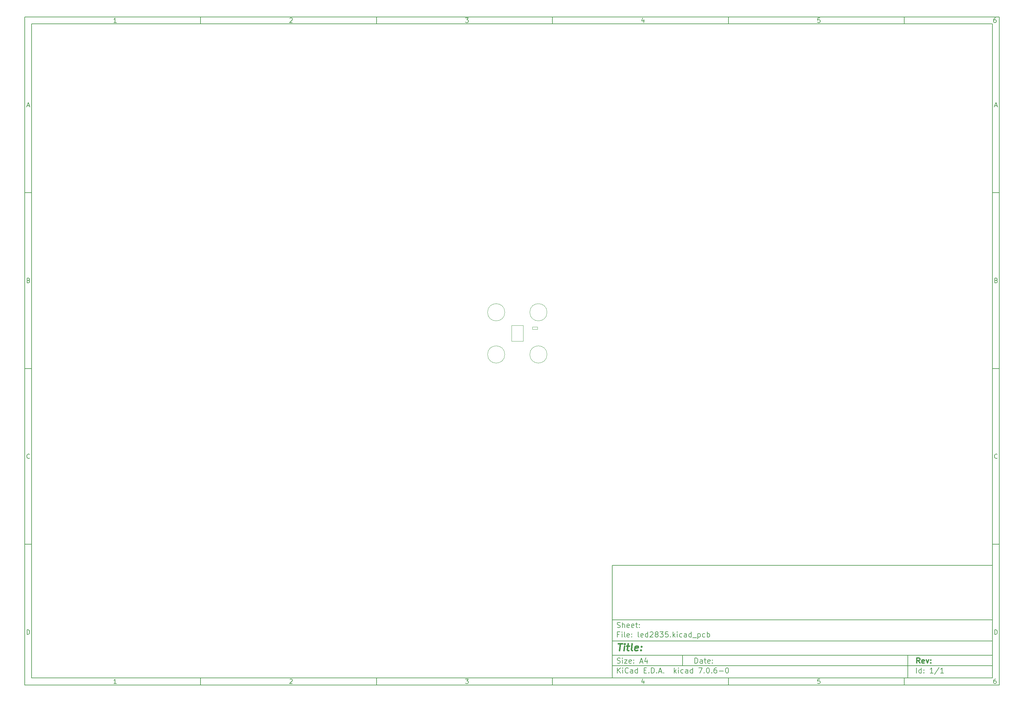
<source format=gbr>
%TF.GenerationSoftware,KiCad,Pcbnew,7.0.6-0*%
%TF.CreationDate,2024-07-03T14:46:14+08:00*%
%TF.ProjectId,led2835,6c656432-3833-4352-9e6b-696361645f70,rev?*%
%TF.SameCoordinates,Original*%
%TF.FileFunction,Other,User*%
%FSLAX46Y46*%
G04 Gerber Fmt 4.6, Leading zero omitted, Abs format (unit mm)*
G04 Created by KiCad (PCBNEW 7.0.6-0) date 2024-07-03 14:46:14*
%MOMM*%
%LPD*%
G01*
G04 APERTURE LIST*
%ADD10C,0.100000*%
%ADD11C,0.150000*%
%ADD12C,0.300000*%
%ADD13C,0.400000*%
%ADD14C,0.050000*%
G04 APERTURE END LIST*
D10*
D11*
X177002200Y-166007200D02*
X285002200Y-166007200D01*
X285002200Y-198007200D01*
X177002200Y-198007200D01*
X177002200Y-166007200D01*
D10*
D11*
X10000000Y-10000000D02*
X287002200Y-10000000D01*
X287002200Y-200007200D01*
X10000000Y-200007200D01*
X10000000Y-10000000D01*
D10*
D11*
X12000000Y-12000000D02*
X285002200Y-12000000D01*
X285002200Y-198007200D01*
X12000000Y-198007200D01*
X12000000Y-12000000D01*
D10*
D11*
X60000000Y-12000000D02*
X60000000Y-10000000D01*
D10*
D11*
X110000000Y-12000000D02*
X110000000Y-10000000D01*
D10*
D11*
X160000000Y-12000000D02*
X160000000Y-10000000D01*
D10*
D11*
X210000000Y-12000000D02*
X210000000Y-10000000D01*
D10*
D11*
X260000000Y-12000000D02*
X260000000Y-10000000D01*
D10*
D11*
X36089160Y-11593604D02*
X35346303Y-11593604D01*
X35717731Y-11593604D02*
X35717731Y-10293604D01*
X35717731Y-10293604D02*
X35593922Y-10479319D01*
X35593922Y-10479319D02*
X35470112Y-10603128D01*
X35470112Y-10603128D02*
X35346303Y-10665033D01*
D10*
D11*
X85346303Y-10417414D02*
X85408207Y-10355509D01*
X85408207Y-10355509D02*
X85532017Y-10293604D01*
X85532017Y-10293604D02*
X85841541Y-10293604D01*
X85841541Y-10293604D02*
X85965350Y-10355509D01*
X85965350Y-10355509D02*
X86027255Y-10417414D01*
X86027255Y-10417414D02*
X86089160Y-10541223D01*
X86089160Y-10541223D02*
X86089160Y-10665033D01*
X86089160Y-10665033D02*
X86027255Y-10850747D01*
X86027255Y-10850747D02*
X85284398Y-11593604D01*
X85284398Y-11593604D02*
X86089160Y-11593604D01*
D10*
D11*
X135284398Y-10293604D02*
X136089160Y-10293604D01*
X136089160Y-10293604D02*
X135655826Y-10788842D01*
X135655826Y-10788842D02*
X135841541Y-10788842D01*
X135841541Y-10788842D02*
X135965350Y-10850747D01*
X135965350Y-10850747D02*
X136027255Y-10912652D01*
X136027255Y-10912652D02*
X136089160Y-11036461D01*
X136089160Y-11036461D02*
X136089160Y-11345985D01*
X136089160Y-11345985D02*
X136027255Y-11469795D01*
X136027255Y-11469795D02*
X135965350Y-11531700D01*
X135965350Y-11531700D02*
X135841541Y-11593604D01*
X135841541Y-11593604D02*
X135470112Y-11593604D01*
X135470112Y-11593604D02*
X135346303Y-11531700D01*
X135346303Y-11531700D02*
X135284398Y-11469795D01*
D10*
D11*
X185965350Y-10726938D02*
X185965350Y-11593604D01*
X185655826Y-10231700D02*
X185346303Y-11160271D01*
X185346303Y-11160271D02*
X186151064Y-11160271D01*
D10*
D11*
X236027255Y-10293604D02*
X235408207Y-10293604D01*
X235408207Y-10293604D02*
X235346303Y-10912652D01*
X235346303Y-10912652D02*
X235408207Y-10850747D01*
X235408207Y-10850747D02*
X235532017Y-10788842D01*
X235532017Y-10788842D02*
X235841541Y-10788842D01*
X235841541Y-10788842D02*
X235965350Y-10850747D01*
X235965350Y-10850747D02*
X236027255Y-10912652D01*
X236027255Y-10912652D02*
X236089160Y-11036461D01*
X236089160Y-11036461D02*
X236089160Y-11345985D01*
X236089160Y-11345985D02*
X236027255Y-11469795D01*
X236027255Y-11469795D02*
X235965350Y-11531700D01*
X235965350Y-11531700D02*
X235841541Y-11593604D01*
X235841541Y-11593604D02*
X235532017Y-11593604D01*
X235532017Y-11593604D02*
X235408207Y-11531700D01*
X235408207Y-11531700D02*
X235346303Y-11469795D01*
D10*
D11*
X285965350Y-10293604D02*
X285717731Y-10293604D01*
X285717731Y-10293604D02*
X285593922Y-10355509D01*
X285593922Y-10355509D02*
X285532017Y-10417414D01*
X285532017Y-10417414D02*
X285408207Y-10603128D01*
X285408207Y-10603128D02*
X285346303Y-10850747D01*
X285346303Y-10850747D02*
X285346303Y-11345985D01*
X285346303Y-11345985D02*
X285408207Y-11469795D01*
X285408207Y-11469795D02*
X285470112Y-11531700D01*
X285470112Y-11531700D02*
X285593922Y-11593604D01*
X285593922Y-11593604D02*
X285841541Y-11593604D01*
X285841541Y-11593604D02*
X285965350Y-11531700D01*
X285965350Y-11531700D02*
X286027255Y-11469795D01*
X286027255Y-11469795D02*
X286089160Y-11345985D01*
X286089160Y-11345985D02*
X286089160Y-11036461D01*
X286089160Y-11036461D02*
X286027255Y-10912652D01*
X286027255Y-10912652D02*
X285965350Y-10850747D01*
X285965350Y-10850747D02*
X285841541Y-10788842D01*
X285841541Y-10788842D02*
X285593922Y-10788842D01*
X285593922Y-10788842D02*
X285470112Y-10850747D01*
X285470112Y-10850747D02*
X285408207Y-10912652D01*
X285408207Y-10912652D02*
X285346303Y-11036461D01*
D10*
D11*
X60000000Y-198007200D02*
X60000000Y-200007200D01*
D10*
D11*
X110000000Y-198007200D02*
X110000000Y-200007200D01*
D10*
D11*
X160000000Y-198007200D02*
X160000000Y-200007200D01*
D10*
D11*
X210000000Y-198007200D02*
X210000000Y-200007200D01*
D10*
D11*
X260000000Y-198007200D02*
X260000000Y-200007200D01*
D10*
D11*
X36089160Y-199600804D02*
X35346303Y-199600804D01*
X35717731Y-199600804D02*
X35717731Y-198300804D01*
X35717731Y-198300804D02*
X35593922Y-198486519D01*
X35593922Y-198486519D02*
X35470112Y-198610328D01*
X35470112Y-198610328D02*
X35346303Y-198672233D01*
D10*
D11*
X85346303Y-198424614D02*
X85408207Y-198362709D01*
X85408207Y-198362709D02*
X85532017Y-198300804D01*
X85532017Y-198300804D02*
X85841541Y-198300804D01*
X85841541Y-198300804D02*
X85965350Y-198362709D01*
X85965350Y-198362709D02*
X86027255Y-198424614D01*
X86027255Y-198424614D02*
X86089160Y-198548423D01*
X86089160Y-198548423D02*
X86089160Y-198672233D01*
X86089160Y-198672233D02*
X86027255Y-198857947D01*
X86027255Y-198857947D02*
X85284398Y-199600804D01*
X85284398Y-199600804D02*
X86089160Y-199600804D01*
D10*
D11*
X135284398Y-198300804D02*
X136089160Y-198300804D01*
X136089160Y-198300804D02*
X135655826Y-198796042D01*
X135655826Y-198796042D02*
X135841541Y-198796042D01*
X135841541Y-198796042D02*
X135965350Y-198857947D01*
X135965350Y-198857947D02*
X136027255Y-198919852D01*
X136027255Y-198919852D02*
X136089160Y-199043661D01*
X136089160Y-199043661D02*
X136089160Y-199353185D01*
X136089160Y-199353185D02*
X136027255Y-199476995D01*
X136027255Y-199476995D02*
X135965350Y-199538900D01*
X135965350Y-199538900D02*
X135841541Y-199600804D01*
X135841541Y-199600804D02*
X135470112Y-199600804D01*
X135470112Y-199600804D02*
X135346303Y-199538900D01*
X135346303Y-199538900D02*
X135284398Y-199476995D01*
D10*
D11*
X185965350Y-198734138D02*
X185965350Y-199600804D01*
X185655826Y-198238900D02*
X185346303Y-199167471D01*
X185346303Y-199167471D02*
X186151064Y-199167471D01*
D10*
D11*
X236027255Y-198300804D02*
X235408207Y-198300804D01*
X235408207Y-198300804D02*
X235346303Y-198919852D01*
X235346303Y-198919852D02*
X235408207Y-198857947D01*
X235408207Y-198857947D02*
X235532017Y-198796042D01*
X235532017Y-198796042D02*
X235841541Y-198796042D01*
X235841541Y-198796042D02*
X235965350Y-198857947D01*
X235965350Y-198857947D02*
X236027255Y-198919852D01*
X236027255Y-198919852D02*
X236089160Y-199043661D01*
X236089160Y-199043661D02*
X236089160Y-199353185D01*
X236089160Y-199353185D02*
X236027255Y-199476995D01*
X236027255Y-199476995D02*
X235965350Y-199538900D01*
X235965350Y-199538900D02*
X235841541Y-199600804D01*
X235841541Y-199600804D02*
X235532017Y-199600804D01*
X235532017Y-199600804D02*
X235408207Y-199538900D01*
X235408207Y-199538900D02*
X235346303Y-199476995D01*
D10*
D11*
X285965350Y-198300804D02*
X285717731Y-198300804D01*
X285717731Y-198300804D02*
X285593922Y-198362709D01*
X285593922Y-198362709D02*
X285532017Y-198424614D01*
X285532017Y-198424614D02*
X285408207Y-198610328D01*
X285408207Y-198610328D02*
X285346303Y-198857947D01*
X285346303Y-198857947D02*
X285346303Y-199353185D01*
X285346303Y-199353185D02*
X285408207Y-199476995D01*
X285408207Y-199476995D02*
X285470112Y-199538900D01*
X285470112Y-199538900D02*
X285593922Y-199600804D01*
X285593922Y-199600804D02*
X285841541Y-199600804D01*
X285841541Y-199600804D02*
X285965350Y-199538900D01*
X285965350Y-199538900D02*
X286027255Y-199476995D01*
X286027255Y-199476995D02*
X286089160Y-199353185D01*
X286089160Y-199353185D02*
X286089160Y-199043661D01*
X286089160Y-199043661D02*
X286027255Y-198919852D01*
X286027255Y-198919852D02*
X285965350Y-198857947D01*
X285965350Y-198857947D02*
X285841541Y-198796042D01*
X285841541Y-198796042D02*
X285593922Y-198796042D01*
X285593922Y-198796042D02*
X285470112Y-198857947D01*
X285470112Y-198857947D02*
X285408207Y-198919852D01*
X285408207Y-198919852D02*
X285346303Y-199043661D01*
D10*
D11*
X10000000Y-60000000D02*
X12000000Y-60000000D01*
D10*
D11*
X10000000Y-110000000D02*
X12000000Y-110000000D01*
D10*
D11*
X10000000Y-160000000D02*
X12000000Y-160000000D01*
D10*
D11*
X10690476Y-35222176D02*
X11309523Y-35222176D01*
X10566666Y-35593604D02*
X10999999Y-34293604D01*
X10999999Y-34293604D02*
X11433333Y-35593604D01*
D10*
D11*
X11092857Y-84912652D02*
X11278571Y-84974557D01*
X11278571Y-84974557D02*
X11340476Y-85036461D01*
X11340476Y-85036461D02*
X11402380Y-85160271D01*
X11402380Y-85160271D02*
X11402380Y-85345985D01*
X11402380Y-85345985D02*
X11340476Y-85469795D01*
X11340476Y-85469795D02*
X11278571Y-85531700D01*
X11278571Y-85531700D02*
X11154761Y-85593604D01*
X11154761Y-85593604D02*
X10659523Y-85593604D01*
X10659523Y-85593604D02*
X10659523Y-84293604D01*
X10659523Y-84293604D02*
X11092857Y-84293604D01*
X11092857Y-84293604D02*
X11216666Y-84355509D01*
X11216666Y-84355509D02*
X11278571Y-84417414D01*
X11278571Y-84417414D02*
X11340476Y-84541223D01*
X11340476Y-84541223D02*
X11340476Y-84665033D01*
X11340476Y-84665033D02*
X11278571Y-84788842D01*
X11278571Y-84788842D02*
X11216666Y-84850747D01*
X11216666Y-84850747D02*
X11092857Y-84912652D01*
X11092857Y-84912652D02*
X10659523Y-84912652D01*
D10*
D11*
X11402380Y-135469795D02*
X11340476Y-135531700D01*
X11340476Y-135531700D02*
X11154761Y-135593604D01*
X11154761Y-135593604D02*
X11030952Y-135593604D01*
X11030952Y-135593604D02*
X10845238Y-135531700D01*
X10845238Y-135531700D02*
X10721428Y-135407890D01*
X10721428Y-135407890D02*
X10659523Y-135284080D01*
X10659523Y-135284080D02*
X10597619Y-135036461D01*
X10597619Y-135036461D02*
X10597619Y-134850747D01*
X10597619Y-134850747D02*
X10659523Y-134603128D01*
X10659523Y-134603128D02*
X10721428Y-134479319D01*
X10721428Y-134479319D02*
X10845238Y-134355509D01*
X10845238Y-134355509D02*
X11030952Y-134293604D01*
X11030952Y-134293604D02*
X11154761Y-134293604D01*
X11154761Y-134293604D02*
X11340476Y-134355509D01*
X11340476Y-134355509D02*
X11402380Y-134417414D01*
D10*
D11*
X10659523Y-185593604D02*
X10659523Y-184293604D01*
X10659523Y-184293604D02*
X10969047Y-184293604D01*
X10969047Y-184293604D02*
X11154761Y-184355509D01*
X11154761Y-184355509D02*
X11278571Y-184479319D01*
X11278571Y-184479319D02*
X11340476Y-184603128D01*
X11340476Y-184603128D02*
X11402380Y-184850747D01*
X11402380Y-184850747D02*
X11402380Y-185036461D01*
X11402380Y-185036461D02*
X11340476Y-185284080D01*
X11340476Y-185284080D02*
X11278571Y-185407890D01*
X11278571Y-185407890D02*
X11154761Y-185531700D01*
X11154761Y-185531700D02*
X10969047Y-185593604D01*
X10969047Y-185593604D02*
X10659523Y-185593604D01*
D10*
D11*
X287002200Y-60000000D02*
X285002200Y-60000000D01*
D10*
D11*
X287002200Y-110000000D02*
X285002200Y-110000000D01*
D10*
D11*
X287002200Y-160000000D02*
X285002200Y-160000000D01*
D10*
D11*
X285692676Y-35222176D02*
X286311723Y-35222176D01*
X285568866Y-35593604D02*
X286002199Y-34293604D01*
X286002199Y-34293604D02*
X286435533Y-35593604D01*
D10*
D11*
X286095057Y-84912652D02*
X286280771Y-84974557D01*
X286280771Y-84974557D02*
X286342676Y-85036461D01*
X286342676Y-85036461D02*
X286404580Y-85160271D01*
X286404580Y-85160271D02*
X286404580Y-85345985D01*
X286404580Y-85345985D02*
X286342676Y-85469795D01*
X286342676Y-85469795D02*
X286280771Y-85531700D01*
X286280771Y-85531700D02*
X286156961Y-85593604D01*
X286156961Y-85593604D02*
X285661723Y-85593604D01*
X285661723Y-85593604D02*
X285661723Y-84293604D01*
X285661723Y-84293604D02*
X286095057Y-84293604D01*
X286095057Y-84293604D02*
X286218866Y-84355509D01*
X286218866Y-84355509D02*
X286280771Y-84417414D01*
X286280771Y-84417414D02*
X286342676Y-84541223D01*
X286342676Y-84541223D02*
X286342676Y-84665033D01*
X286342676Y-84665033D02*
X286280771Y-84788842D01*
X286280771Y-84788842D02*
X286218866Y-84850747D01*
X286218866Y-84850747D02*
X286095057Y-84912652D01*
X286095057Y-84912652D02*
X285661723Y-84912652D01*
D10*
D11*
X286404580Y-135469795D02*
X286342676Y-135531700D01*
X286342676Y-135531700D02*
X286156961Y-135593604D01*
X286156961Y-135593604D02*
X286033152Y-135593604D01*
X286033152Y-135593604D02*
X285847438Y-135531700D01*
X285847438Y-135531700D02*
X285723628Y-135407890D01*
X285723628Y-135407890D02*
X285661723Y-135284080D01*
X285661723Y-135284080D02*
X285599819Y-135036461D01*
X285599819Y-135036461D02*
X285599819Y-134850747D01*
X285599819Y-134850747D02*
X285661723Y-134603128D01*
X285661723Y-134603128D02*
X285723628Y-134479319D01*
X285723628Y-134479319D02*
X285847438Y-134355509D01*
X285847438Y-134355509D02*
X286033152Y-134293604D01*
X286033152Y-134293604D02*
X286156961Y-134293604D01*
X286156961Y-134293604D02*
X286342676Y-134355509D01*
X286342676Y-134355509D02*
X286404580Y-134417414D01*
D10*
D11*
X285661723Y-185593604D02*
X285661723Y-184293604D01*
X285661723Y-184293604D02*
X285971247Y-184293604D01*
X285971247Y-184293604D02*
X286156961Y-184355509D01*
X286156961Y-184355509D02*
X286280771Y-184479319D01*
X286280771Y-184479319D02*
X286342676Y-184603128D01*
X286342676Y-184603128D02*
X286404580Y-184850747D01*
X286404580Y-184850747D02*
X286404580Y-185036461D01*
X286404580Y-185036461D02*
X286342676Y-185284080D01*
X286342676Y-185284080D02*
X286280771Y-185407890D01*
X286280771Y-185407890D02*
X286156961Y-185531700D01*
X286156961Y-185531700D02*
X285971247Y-185593604D01*
X285971247Y-185593604D02*
X285661723Y-185593604D01*
D10*
D11*
X200458026Y-193793328D02*
X200458026Y-192293328D01*
X200458026Y-192293328D02*
X200815169Y-192293328D01*
X200815169Y-192293328D02*
X201029455Y-192364757D01*
X201029455Y-192364757D02*
X201172312Y-192507614D01*
X201172312Y-192507614D02*
X201243741Y-192650471D01*
X201243741Y-192650471D02*
X201315169Y-192936185D01*
X201315169Y-192936185D02*
X201315169Y-193150471D01*
X201315169Y-193150471D02*
X201243741Y-193436185D01*
X201243741Y-193436185D02*
X201172312Y-193579042D01*
X201172312Y-193579042D02*
X201029455Y-193721900D01*
X201029455Y-193721900D02*
X200815169Y-193793328D01*
X200815169Y-193793328D02*
X200458026Y-193793328D01*
X202600884Y-193793328D02*
X202600884Y-193007614D01*
X202600884Y-193007614D02*
X202529455Y-192864757D01*
X202529455Y-192864757D02*
X202386598Y-192793328D01*
X202386598Y-192793328D02*
X202100884Y-192793328D01*
X202100884Y-192793328D02*
X201958026Y-192864757D01*
X202600884Y-193721900D02*
X202458026Y-193793328D01*
X202458026Y-193793328D02*
X202100884Y-193793328D01*
X202100884Y-193793328D02*
X201958026Y-193721900D01*
X201958026Y-193721900D02*
X201886598Y-193579042D01*
X201886598Y-193579042D02*
X201886598Y-193436185D01*
X201886598Y-193436185D02*
X201958026Y-193293328D01*
X201958026Y-193293328D02*
X202100884Y-193221900D01*
X202100884Y-193221900D02*
X202458026Y-193221900D01*
X202458026Y-193221900D02*
X202600884Y-193150471D01*
X203100884Y-192793328D02*
X203672312Y-192793328D01*
X203315169Y-192293328D02*
X203315169Y-193579042D01*
X203315169Y-193579042D02*
X203386598Y-193721900D01*
X203386598Y-193721900D02*
X203529455Y-193793328D01*
X203529455Y-193793328D02*
X203672312Y-193793328D01*
X204743741Y-193721900D02*
X204600884Y-193793328D01*
X204600884Y-193793328D02*
X204315170Y-193793328D01*
X204315170Y-193793328D02*
X204172312Y-193721900D01*
X204172312Y-193721900D02*
X204100884Y-193579042D01*
X204100884Y-193579042D02*
X204100884Y-193007614D01*
X204100884Y-193007614D02*
X204172312Y-192864757D01*
X204172312Y-192864757D02*
X204315170Y-192793328D01*
X204315170Y-192793328D02*
X204600884Y-192793328D01*
X204600884Y-192793328D02*
X204743741Y-192864757D01*
X204743741Y-192864757D02*
X204815170Y-193007614D01*
X204815170Y-193007614D02*
X204815170Y-193150471D01*
X204815170Y-193150471D02*
X204100884Y-193293328D01*
X205458026Y-193650471D02*
X205529455Y-193721900D01*
X205529455Y-193721900D02*
X205458026Y-193793328D01*
X205458026Y-193793328D02*
X205386598Y-193721900D01*
X205386598Y-193721900D02*
X205458026Y-193650471D01*
X205458026Y-193650471D02*
X205458026Y-193793328D01*
X205458026Y-192864757D02*
X205529455Y-192936185D01*
X205529455Y-192936185D02*
X205458026Y-193007614D01*
X205458026Y-193007614D02*
X205386598Y-192936185D01*
X205386598Y-192936185D02*
X205458026Y-192864757D01*
X205458026Y-192864757D02*
X205458026Y-193007614D01*
D10*
D11*
X177002200Y-194507200D02*
X285002200Y-194507200D01*
D10*
D11*
X178458026Y-196593328D02*
X178458026Y-195093328D01*
X179315169Y-196593328D02*
X178672312Y-195736185D01*
X179315169Y-195093328D02*
X178458026Y-195950471D01*
X179958026Y-196593328D02*
X179958026Y-195593328D01*
X179958026Y-195093328D02*
X179886598Y-195164757D01*
X179886598Y-195164757D02*
X179958026Y-195236185D01*
X179958026Y-195236185D02*
X180029455Y-195164757D01*
X180029455Y-195164757D02*
X179958026Y-195093328D01*
X179958026Y-195093328D02*
X179958026Y-195236185D01*
X181529455Y-196450471D02*
X181458027Y-196521900D01*
X181458027Y-196521900D02*
X181243741Y-196593328D01*
X181243741Y-196593328D02*
X181100884Y-196593328D01*
X181100884Y-196593328D02*
X180886598Y-196521900D01*
X180886598Y-196521900D02*
X180743741Y-196379042D01*
X180743741Y-196379042D02*
X180672312Y-196236185D01*
X180672312Y-196236185D02*
X180600884Y-195950471D01*
X180600884Y-195950471D02*
X180600884Y-195736185D01*
X180600884Y-195736185D02*
X180672312Y-195450471D01*
X180672312Y-195450471D02*
X180743741Y-195307614D01*
X180743741Y-195307614D02*
X180886598Y-195164757D01*
X180886598Y-195164757D02*
X181100884Y-195093328D01*
X181100884Y-195093328D02*
X181243741Y-195093328D01*
X181243741Y-195093328D02*
X181458027Y-195164757D01*
X181458027Y-195164757D02*
X181529455Y-195236185D01*
X182815170Y-196593328D02*
X182815170Y-195807614D01*
X182815170Y-195807614D02*
X182743741Y-195664757D01*
X182743741Y-195664757D02*
X182600884Y-195593328D01*
X182600884Y-195593328D02*
X182315170Y-195593328D01*
X182315170Y-195593328D02*
X182172312Y-195664757D01*
X182815170Y-196521900D02*
X182672312Y-196593328D01*
X182672312Y-196593328D02*
X182315170Y-196593328D01*
X182315170Y-196593328D02*
X182172312Y-196521900D01*
X182172312Y-196521900D02*
X182100884Y-196379042D01*
X182100884Y-196379042D02*
X182100884Y-196236185D01*
X182100884Y-196236185D02*
X182172312Y-196093328D01*
X182172312Y-196093328D02*
X182315170Y-196021900D01*
X182315170Y-196021900D02*
X182672312Y-196021900D01*
X182672312Y-196021900D02*
X182815170Y-195950471D01*
X184172313Y-196593328D02*
X184172313Y-195093328D01*
X184172313Y-196521900D02*
X184029455Y-196593328D01*
X184029455Y-196593328D02*
X183743741Y-196593328D01*
X183743741Y-196593328D02*
X183600884Y-196521900D01*
X183600884Y-196521900D02*
X183529455Y-196450471D01*
X183529455Y-196450471D02*
X183458027Y-196307614D01*
X183458027Y-196307614D02*
X183458027Y-195879042D01*
X183458027Y-195879042D02*
X183529455Y-195736185D01*
X183529455Y-195736185D02*
X183600884Y-195664757D01*
X183600884Y-195664757D02*
X183743741Y-195593328D01*
X183743741Y-195593328D02*
X184029455Y-195593328D01*
X184029455Y-195593328D02*
X184172313Y-195664757D01*
X186029455Y-195807614D02*
X186529455Y-195807614D01*
X186743741Y-196593328D02*
X186029455Y-196593328D01*
X186029455Y-196593328D02*
X186029455Y-195093328D01*
X186029455Y-195093328D02*
X186743741Y-195093328D01*
X187386598Y-196450471D02*
X187458027Y-196521900D01*
X187458027Y-196521900D02*
X187386598Y-196593328D01*
X187386598Y-196593328D02*
X187315170Y-196521900D01*
X187315170Y-196521900D02*
X187386598Y-196450471D01*
X187386598Y-196450471D02*
X187386598Y-196593328D01*
X188100884Y-196593328D02*
X188100884Y-195093328D01*
X188100884Y-195093328D02*
X188458027Y-195093328D01*
X188458027Y-195093328D02*
X188672313Y-195164757D01*
X188672313Y-195164757D02*
X188815170Y-195307614D01*
X188815170Y-195307614D02*
X188886599Y-195450471D01*
X188886599Y-195450471D02*
X188958027Y-195736185D01*
X188958027Y-195736185D02*
X188958027Y-195950471D01*
X188958027Y-195950471D02*
X188886599Y-196236185D01*
X188886599Y-196236185D02*
X188815170Y-196379042D01*
X188815170Y-196379042D02*
X188672313Y-196521900D01*
X188672313Y-196521900D02*
X188458027Y-196593328D01*
X188458027Y-196593328D02*
X188100884Y-196593328D01*
X189600884Y-196450471D02*
X189672313Y-196521900D01*
X189672313Y-196521900D02*
X189600884Y-196593328D01*
X189600884Y-196593328D02*
X189529456Y-196521900D01*
X189529456Y-196521900D02*
X189600884Y-196450471D01*
X189600884Y-196450471D02*
X189600884Y-196593328D01*
X190243742Y-196164757D02*
X190958028Y-196164757D01*
X190100885Y-196593328D02*
X190600885Y-195093328D01*
X190600885Y-195093328D02*
X191100885Y-196593328D01*
X191600884Y-196450471D02*
X191672313Y-196521900D01*
X191672313Y-196521900D02*
X191600884Y-196593328D01*
X191600884Y-196593328D02*
X191529456Y-196521900D01*
X191529456Y-196521900D02*
X191600884Y-196450471D01*
X191600884Y-196450471D02*
X191600884Y-196593328D01*
X194600884Y-196593328D02*
X194600884Y-195093328D01*
X194743742Y-196021900D02*
X195172313Y-196593328D01*
X195172313Y-195593328D02*
X194600884Y-196164757D01*
X195815170Y-196593328D02*
X195815170Y-195593328D01*
X195815170Y-195093328D02*
X195743742Y-195164757D01*
X195743742Y-195164757D02*
X195815170Y-195236185D01*
X195815170Y-195236185D02*
X195886599Y-195164757D01*
X195886599Y-195164757D02*
X195815170Y-195093328D01*
X195815170Y-195093328D02*
X195815170Y-195236185D01*
X197172314Y-196521900D02*
X197029456Y-196593328D01*
X197029456Y-196593328D02*
X196743742Y-196593328D01*
X196743742Y-196593328D02*
X196600885Y-196521900D01*
X196600885Y-196521900D02*
X196529456Y-196450471D01*
X196529456Y-196450471D02*
X196458028Y-196307614D01*
X196458028Y-196307614D02*
X196458028Y-195879042D01*
X196458028Y-195879042D02*
X196529456Y-195736185D01*
X196529456Y-195736185D02*
X196600885Y-195664757D01*
X196600885Y-195664757D02*
X196743742Y-195593328D01*
X196743742Y-195593328D02*
X197029456Y-195593328D01*
X197029456Y-195593328D02*
X197172314Y-195664757D01*
X198458028Y-196593328D02*
X198458028Y-195807614D01*
X198458028Y-195807614D02*
X198386599Y-195664757D01*
X198386599Y-195664757D02*
X198243742Y-195593328D01*
X198243742Y-195593328D02*
X197958028Y-195593328D01*
X197958028Y-195593328D02*
X197815170Y-195664757D01*
X198458028Y-196521900D02*
X198315170Y-196593328D01*
X198315170Y-196593328D02*
X197958028Y-196593328D01*
X197958028Y-196593328D02*
X197815170Y-196521900D01*
X197815170Y-196521900D02*
X197743742Y-196379042D01*
X197743742Y-196379042D02*
X197743742Y-196236185D01*
X197743742Y-196236185D02*
X197815170Y-196093328D01*
X197815170Y-196093328D02*
X197958028Y-196021900D01*
X197958028Y-196021900D02*
X198315170Y-196021900D01*
X198315170Y-196021900D02*
X198458028Y-195950471D01*
X199815171Y-196593328D02*
X199815171Y-195093328D01*
X199815171Y-196521900D02*
X199672313Y-196593328D01*
X199672313Y-196593328D02*
X199386599Y-196593328D01*
X199386599Y-196593328D02*
X199243742Y-196521900D01*
X199243742Y-196521900D02*
X199172313Y-196450471D01*
X199172313Y-196450471D02*
X199100885Y-196307614D01*
X199100885Y-196307614D02*
X199100885Y-195879042D01*
X199100885Y-195879042D02*
X199172313Y-195736185D01*
X199172313Y-195736185D02*
X199243742Y-195664757D01*
X199243742Y-195664757D02*
X199386599Y-195593328D01*
X199386599Y-195593328D02*
X199672313Y-195593328D01*
X199672313Y-195593328D02*
X199815171Y-195664757D01*
X201529456Y-195093328D02*
X202529456Y-195093328D01*
X202529456Y-195093328D02*
X201886599Y-196593328D01*
X203100884Y-196450471D02*
X203172313Y-196521900D01*
X203172313Y-196521900D02*
X203100884Y-196593328D01*
X203100884Y-196593328D02*
X203029456Y-196521900D01*
X203029456Y-196521900D02*
X203100884Y-196450471D01*
X203100884Y-196450471D02*
X203100884Y-196593328D01*
X204100885Y-195093328D02*
X204243742Y-195093328D01*
X204243742Y-195093328D02*
X204386599Y-195164757D01*
X204386599Y-195164757D02*
X204458028Y-195236185D01*
X204458028Y-195236185D02*
X204529456Y-195379042D01*
X204529456Y-195379042D02*
X204600885Y-195664757D01*
X204600885Y-195664757D02*
X204600885Y-196021900D01*
X204600885Y-196021900D02*
X204529456Y-196307614D01*
X204529456Y-196307614D02*
X204458028Y-196450471D01*
X204458028Y-196450471D02*
X204386599Y-196521900D01*
X204386599Y-196521900D02*
X204243742Y-196593328D01*
X204243742Y-196593328D02*
X204100885Y-196593328D01*
X204100885Y-196593328D02*
X203958028Y-196521900D01*
X203958028Y-196521900D02*
X203886599Y-196450471D01*
X203886599Y-196450471D02*
X203815170Y-196307614D01*
X203815170Y-196307614D02*
X203743742Y-196021900D01*
X203743742Y-196021900D02*
X203743742Y-195664757D01*
X203743742Y-195664757D02*
X203815170Y-195379042D01*
X203815170Y-195379042D02*
X203886599Y-195236185D01*
X203886599Y-195236185D02*
X203958028Y-195164757D01*
X203958028Y-195164757D02*
X204100885Y-195093328D01*
X205243741Y-196450471D02*
X205315170Y-196521900D01*
X205315170Y-196521900D02*
X205243741Y-196593328D01*
X205243741Y-196593328D02*
X205172313Y-196521900D01*
X205172313Y-196521900D02*
X205243741Y-196450471D01*
X205243741Y-196450471D02*
X205243741Y-196593328D01*
X206600885Y-195093328D02*
X206315170Y-195093328D01*
X206315170Y-195093328D02*
X206172313Y-195164757D01*
X206172313Y-195164757D02*
X206100885Y-195236185D01*
X206100885Y-195236185D02*
X205958027Y-195450471D01*
X205958027Y-195450471D02*
X205886599Y-195736185D01*
X205886599Y-195736185D02*
X205886599Y-196307614D01*
X205886599Y-196307614D02*
X205958027Y-196450471D01*
X205958027Y-196450471D02*
X206029456Y-196521900D01*
X206029456Y-196521900D02*
X206172313Y-196593328D01*
X206172313Y-196593328D02*
X206458027Y-196593328D01*
X206458027Y-196593328D02*
X206600885Y-196521900D01*
X206600885Y-196521900D02*
X206672313Y-196450471D01*
X206672313Y-196450471D02*
X206743742Y-196307614D01*
X206743742Y-196307614D02*
X206743742Y-195950471D01*
X206743742Y-195950471D02*
X206672313Y-195807614D01*
X206672313Y-195807614D02*
X206600885Y-195736185D01*
X206600885Y-195736185D02*
X206458027Y-195664757D01*
X206458027Y-195664757D02*
X206172313Y-195664757D01*
X206172313Y-195664757D02*
X206029456Y-195736185D01*
X206029456Y-195736185D02*
X205958027Y-195807614D01*
X205958027Y-195807614D02*
X205886599Y-195950471D01*
X207386598Y-196021900D02*
X208529456Y-196021900D01*
X209529456Y-195093328D02*
X209672313Y-195093328D01*
X209672313Y-195093328D02*
X209815170Y-195164757D01*
X209815170Y-195164757D02*
X209886599Y-195236185D01*
X209886599Y-195236185D02*
X209958027Y-195379042D01*
X209958027Y-195379042D02*
X210029456Y-195664757D01*
X210029456Y-195664757D02*
X210029456Y-196021900D01*
X210029456Y-196021900D02*
X209958027Y-196307614D01*
X209958027Y-196307614D02*
X209886599Y-196450471D01*
X209886599Y-196450471D02*
X209815170Y-196521900D01*
X209815170Y-196521900D02*
X209672313Y-196593328D01*
X209672313Y-196593328D02*
X209529456Y-196593328D01*
X209529456Y-196593328D02*
X209386599Y-196521900D01*
X209386599Y-196521900D02*
X209315170Y-196450471D01*
X209315170Y-196450471D02*
X209243741Y-196307614D01*
X209243741Y-196307614D02*
X209172313Y-196021900D01*
X209172313Y-196021900D02*
X209172313Y-195664757D01*
X209172313Y-195664757D02*
X209243741Y-195379042D01*
X209243741Y-195379042D02*
X209315170Y-195236185D01*
X209315170Y-195236185D02*
X209386599Y-195164757D01*
X209386599Y-195164757D02*
X209529456Y-195093328D01*
D10*
D11*
X177002200Y-191507200D02*
X285002200Y-191507200D01*
D10*
D12*
X264413853Y-193785528D02*
X263913853Y-193071242D01*
X263556710Y-193785528D02*
X263556710Y-192285528D01*
X263556710Y-192285528D02*
X264128139Y-192285528D01*
X264128139Y-192285528D02*
X264270996Y-192356957D01*
X264270996Y-192356957D02*
X264342425Y-192428385D01*
X264342425Y-192428385D02*
X264413853Y-192571242D01*
X264413853Y-192571242D02*
X264413853Y-192785528D01*
X264413853Y-192785528D02*
X264342425Y-192928385D01*
X264342425Y-192928385D02*
X264270996Y-192999814D01*
X264270996Y-192999814D02*
X264128139Y-193071242D01*
X264128139Y-193071242D02*
X263556710Y-193071242D01*
X265628139Y-193714100D02*
X265485282Y-193785528D01*
X265485282Y-193785528D02*
X265199568Y-193785528D01*
X265199568Y-193785528D02*
X265056710Y-193714100D01*
X265056710Y-193714100D02*
X264985282Y-193571242D01*
X264985282Y-193571242D02*
X264985282Y-192999814D01*
X264985282Y-192999814D02*
X265056710Y-192856957D01*
X265056710Y-192856957D02*
X265199568Y-192785528D01*
X265199568Y-192785528D02*
X265485282Y-192785528D01*
X265485282Y-192785528D02*
X265628139Y-192856957D01*
X265628139Y-192856957D02*
X265699568Y-192999814D01*
X265699568Y-192999814D02*
X265699568Y-193142671D01*
X265699568Y-193142671D02*
X264985282Y-193285528D01*
X266199567Y-192785528D02*
X266556710Y-193785528D01*
X266556710Y-193785528D02*
X266913853Y-192785528D01*
X267485281Y-193642671D02*
X267556710Y-193714100D01*
X267556710Y-193714100D02*
X267485281Y-193785528D01*
X267485281Y-193785528D02*
X267413853Y-193714100D01*
X267413853Y-193714100D02*
X267485281Y-193642671D01*
X267485281Y-193642671D02*
X267485281Y-193785528D01*
X267485281Y-192856957D02*
X267556710Y-192928385D01*
X267556710Y-192928385D02*
X267485281Y-192999814D01*
X267485281Y-192999814D02*
X267413853Y-192928385D01*
X267413853Y-192928385D02*
X267485281Y-192856957D01*
X267485281Y-192856957D02*
X267485281Y-192999814D01*
D10*
D11*
X178386598Y-193721900D02*
X178600884Y-193793328D01*
X178600884Y-193793328D02*
X178958026Y-193793328D01*
X178958026Y-193793328D02*
X179100884Y-193721900D01*
X179100884Y-193721900D02*
X179172312Y-193650471D01*
X179172312Y-193650471D02*
X179243741Y-193507614D01*
X179243741Y-193507614D02*
X179243741Y-193364757D01*
X179243741Y-193364757D02*
X179172312Y-193221900D01*
X179172312Y-193221900D02*
X179100884Y-193150471D01*
X179100884Y-193150471D02*
X178958026Y-193079042D01*
X178958026Y-193079042D02*
X178672312Y-193007614D01*
X178672312Y-193007614D02*
X178529455Y-192936185D01*
X178529455Y-192936185D02*
X178458026Y-192864757D01*
X178458026Y-192864757D02*
X178386598Y-192721900D01*
X178386598Y-192721900D02*
X178386598Y-192579042D01*
X178386598Y-192579042D02*
X178458026Y-192436185D01*
X178458026Y-192436185D02*
X178529455Y-192364757D01*
X178529455Y-192364757D02*
X178672312Y-192293328D01*
X178672312Y-192293328D02*
X179029455Y-192293328D01*
X179029455Y-192293328D02*
X179243741Y-192364757D01*
X179886597Y-193793328D02*
X179886597Y-192793328D01*
X179886597Y-192293328D02*
X179815169Y-192364757D01*
X179815169Y-192364757D02*
X179886597Y-192436185D01*
X179886597Y-192436185D02*
X179958026Y-192364757D01*
X179958026Y-192364757D02*
X179886597Y-192293328D01*
X179886597Y-192293328D02*
X179886597Y-192436185D01*
X180458026Y-192793328D02*
X181243741Y-192793328D01*
X181243741Y-192793328D02*
X180458026Y-193793328D01*
X180458026Y-193793328D02*
X181243741Y-193793328D01*
X182386598Y-193721900D02*
X182243741Y-193793328D01*
X182243741Y-193793328D02*
X181958027Y-193793328D01*
X181958027Y-193793328D02*
X181815169Y-193721900D01*
X181815169Y-193721900D02*
X181743741Y-193579042D01*
X181743741Y-193579042D02*
X181743741Y-193007614D01*
X181743741Y-193007614D02*
X181815169Y-192864757D01*
X181815169Y-192864757D02*
X181958027Y-192793328D01*
X181958027Y-192793328D02*
X182243741Y-192793328D01*
X182243741Y-192793328D02*
X182386598Y-192864757D01*
X182386598Y-192864757D02*
X182458027Y-193007614D01*
X182458027Y-193007614D02*
X182458027Y-193150471D01*
X182458027Y-193150471D02*
X181743741Y-193293328D01*
X183100883Y-193650471D02*
X183172312Y-193721900D01*
X183172312Y-193721900D02*
X183100883Y-193793328D01*
X183100883Y-193793328D02*
X183029455Y-193721900D01*
X183029455Y-193721900D02*
X183100883Y-193650471D01*
X183100883Y-193650471D02*
X183100883Y-193793328D01*
X183100883Y-192864757D02*
X183172312Y-192936185D01*
X183172312Y-192936185D02*
X183100883Y-193007614D01*
X183100883Y-193007614D02*
X183029455Y-192936185D01*
X183029455Y-192936185D02*
X183100883Y-192864757D01*
X183100883Y-192864757D02*
X183100883Y-193007614D01*
X184886598Y-193364757D02*
X185600884Y-193364757D01*
X184743741Y-193793328D02*
X185243741Y-192293328D01*
X185243741Y-192293328D02*
X185743741Y-193793328D01*
X186886598Y-192793328D02*
X186886598Y-193793328D01*
X186529455Y-192221900D02*
X186172312Y-193293328D01*
X186172312Y-193293328D02*
X187100883Y-193293328D01*
D10*
D11*
X263458026Y-196593328D02*
X263458026Y-195093328D01*
X264815170Y-196593328D02*
X264815170Y-195093328D01*
X264815170Y-196521900D02*
X264672312Y-196593328D01*
X264672312Y-196593328D02*
X264386598Y-196593328D01*
X264386598Y-196593328D02*
X264243741Y-196521900D01*
X264243741Y-196521900D02*
X264172312Y-196450471D01*
X264172312Y-196450471D02*
X264100884Y-196307614D01*
X264100884Y-196307614D02*
X264100884Y-195879042D01*
X264100884Y-195879042D02*
X264172312Y-195736185D01*
X264172312Y-195736185D02*
X264243741Y-195664757D01*
X264243741Y-195664757D02*
X264386598Y-195593328D01*
X264386598Y-195593328D02*
X264672312Y-195593328D01*
X264672312Y-195593328D02*
X264815170Y-195664757D01*
X265529455Y-196450471D02*
X265600884Y-196521900D01*
X265600884Y-196521900D02*
X265529455Y-196593328D01*
X265529455Y-196593328D02*
X265458027Y-196521900D01*
X265458027Y-196521900D02*
X265529455Y-196450471D01*
X265529455Y-196450471D02*
X265529455Y-196593328D01*
X265529455Y-195664757D02*
X265600884Y-195736185D01*
X265600884Y-195736185D02*
X265529455Y-195807614D01*
X265529455Y-195807614D02*
X265458027Y-195736185D01*
X265458027Y-195736185D02*
X265529455Y-195664757D01*
X265529455Y-195664757D02*
X265529455Y-195807614D01*
X268172313Y-196593328D02*
X267315170Y-196593328D01*
X267743741Y-196593328D02*
X267743741Y-195093328D01*
X267743741Y-195093328D02*
X267600884Y-195307614D01*
X267600884Y-195307614D02*
X267458027Y-195450471D01*
X267458027Y-195450471D02*
X267315170Y-195521900D01*
X269886598Y-195021900D02*
X268600884Y-196950471D01*
X271172313Y-196593328D02*
X270315170Y-196593328D01*
X270743741Y-196593328D02*
X270743741Y-195093328D01*
X270743741Y-195093328D02*
X270600884Y-195307614D01*
X270600884Y-195307614D02*
X270458027Y-195450471D01*
X270458027Y-195450471D02*
X270315170Y-195521900D01*
D10*
D11*
X177002200Y-187507200D02*
X285002200Y-187507200D01*
D10*
D13*
X178693928Y-188211638D02*
X179836785Y-188211638D01*
X179015357Y-190211638D02*
X179265357Y-188211638D01*
X180253452Y-190211638D02*
X180420119Y-188878304D01*
X180503452Y-188211638D02*
X180396309Y-188306876D01*
X180396309Y-188306876D02*
X180479643Y-188402114D01*
X180479643Y-188402114D02*
X180586786Y-188306876D01*
X180586786Y-188306876D02*
X180503452Y-188211638D01*
X180503452Y-188211638D02*
X180479643Y-188402114D01*
X181086786Y-188878304D02*
X181848690Y-188878304D01*
X181455833Y-188211638D02*
X181241548Y-189925923D01*
X181241548Y-189925923D02*
X181312976Y-190116400D01*
X181312976Y-190116400D02*
X181491548Y-190211638D01*
X181491548Y-190211638D02*
X181682024Y-190211638D01*
X182634405Y-190211638D02*
X182455833Y-190116400D01*
X182455833Y-190116400D02*
X182384405Y-189925923D01*
X182384405Y-189925923D02*
X182598690Y-188211638D01*
X184170119Y-190116400D02*
X183967738Y-190211638D01*
X183967738Y-190211638D02*
X183586785Y-190211638D01*
X183586785Y-190211638D02*
X183408214Y-190116400D01*
X183408214Y-190116400D02*
X183336785Y-189925923D01*
X183336785Y-189925923D02*
X183432024Y-189164019D01*
X183432024Y-189164019D02*
X183551071Y-188973542D01*
X183551071Y-188973542D02*
X183753452Y-188878304D01*
X183753452Y-188878304D02*
X184134404Y-188878304D01*
X184134404Y-188878304D02*
X184312976Y-188973542D01*
X184312976Y-188973542D02*
X184384404Y-189164019D01*
X184384404Y-189164019D02*
X184360595Y-189354495D01*
X184360595Y-189354495D02*
X183384404Y-189544971D01*
X185134405Y-190021161D02*
X185217738Y-190116400D01*
X185217738Y-190116400D02*
X185110595Y-190211638D01*
X185110595Y-190211638D02*
X185027262Y-190116400D01*
X185027262Y-190116400D02*
X185134405Y-190021161D01*
X185134405Y-190021161D02*
X185110595Y-190211638D01*
X185265357Y-188973542D02*
X185348690Y-189068780D01*
X185348690Y-189068780D02*
X185241548Y-189164019D01*
X185241548Y-189164019D02*
X185158214Y-189068780D01*
X185158214Y-189068780D02*
X185265357Y-188973542D01*
X185265357Y-188973542D02*
X185241548Y-189164019D01*
D10*
D11*
X178958026Y-185607614D02*
X178458026Y-185607614D01*
X178458026Y-186393328D02*
X178458026Y-184893328D01*
X178458026Y-184893328D02*
X179172312Y-184893328D01*
X179743740Y-186393328D02*
X179743740Y-185393328D01*
X179743740Y-184893328D02*
X179672312Y-184964757D01*
X179672312Y-184964757D02*
X179743740Y-185036185D01*
X179743740Y-185036185D02*
X179815169Y-184964757D01*
X179815169Y-184964757D02*
X179743740Y-184893328D01*
X179743740Y-184893328D02*
X179743740Y-185036185D01*
X180672312Y-186393328D02*
X180529455Y-186321900D01*
X180529455Y-186321900D02*
X180458026Y-186179042D01*
X180458026Y-186179042D02*
X180458026Y-184893328D01*
X181815169Y-186321900D02*
X181672312Y-186393328D01*
X181672312Y-186393328D02*
X181386598Y-186393328D01*
X181386598Y-186393328D02*
X181243740Y-186321900D01*
X181243740Y-186321900D02*
X181172312Y-186179042D01*
X181172312Y-186179042D02*
X181172312Y-185607614D01*
X181172312Y-185607614D02*
X181243740Y-185464757D01*
X181243740Y-185464757D02*
X181386598Y-185393328D01*
X181386598Y-185393328D02*
X181672312Y-185393328D01*
X181672312Y-185393328D02*
X181815169Y-185464757D01*
X181815169Y-185464757D02*
X181886598Y-185607614D01*
X181886598Y-185607614D02*
X181886598Y-185750471D01*
X181886598Y-185750471D02*
X181172312Y-185893328D01*
X182529454Y-186250471D02*
X182600883Y-186321900D01*
X182600883Y-186321900D02*
X182529454Y-186393328D01*
X182529454Y-186393328D02*
X182458026Y-186321900D01*
X182458026Y-186321900D02*
X182529454Y-186250471D01*
X182529454Y-186250471D02*
X182529454Y-186393328D01*
X182529454Y-185464757D02*
X182600883Y-185536185D01*
X182600883Y-185536185D02*
X182529454Y-185607614D01*
X182529454Y-185607614D02*
X182458026Y-185536185D01*
X182458026Y-185536185D02*
X182529454Y-185464757D01*
X182529454Y-185464757D02*
X182529454Y-185607614D01*
X184600883Y-186393328D02*
X184458026Y-186321900D01*
X184458026Y-186321900D02*
X184386597Y-186179042D01*
X184386597Y-186179042D02*
X184386597Y-184893328D01*
X185743740Y-186321900D02*
X185600883Y-186393328D01*
X185600883Y-186393328D02*
X185315169Y-186393328D01*
X185315169Y-186393328D02*
X185172311Y-186321900D01*
X185172311Y-186321900D02*
X185100883Y-186179042D01*
X185100883Y-186179042D02*
X185100883Y-185607614D01*
X185100883Y-185607614D02*
X185172311Y-185464757D01*
X185172311Y-185464757D02*
X185315169Y-185393328D01*
X185315169Y-185393328D02*
X185600883Y-185393328D01*
X185600883Y-185393328D02*
X185743740Y-185464757D01*
X185743740Y-185464757D02*
X185815169Y-185607614D01*
X185815169Y-185607614D02*
X185815169Y-185750471D01*
X185815169Y-185750471D02*
X185100883Y-185893328D01*
X187100883Y-186393328D02*
X187100883Y-184893328D01*
X187100883Y-186321900D02*
X186958025Y-186393328D01*
X186958025Y-186393328D02*
X186672311Y-186393328D01*
X186672311Y-186393328D02*
X186529454Y-186321900D01*
X186529454Y-186321900D02*
X186458025Y-186250471D01*
X186458025Y-186250471D02*
X186386597Y-186107614D01*
X186386597Y-186107614D02*
X186386597Y-185679042D01*
X186386597Y-185679042D02*
X186458025Y-185536185D01*
X186458025Y-185536185D02*
X186529454Y-185464757D01*
X186529454Y-185464757D02*
X186672311Y-185393328D01*
X186672311Y-185393328D02*
X186958025Y-185393328D01*
X186958025Y-185393328D02*
X187100883Y-185464757D01*
X187743740Y-185036185D02*
X187815168Y-184964757D01*
X187815168Y-184964757D02*
X187958026Y-184893328D01*
X187958026Y-184893328D02*
X188315168Y-184893328D01*
X188315168Y-184893328D02*
X188458026Y-184964757D01*
X188458026Y-184964757D02*
X188529454Y-185036185D01*
X188529454Y-185036185D02*
X188600883Y-185179042D01*
X188600883Y-185179042D02*
X188600883Y-185321900D01*
X188600883Y-185321900D02*
X188529454Y-185536185D01*
X188529454Y-185536185D02*
X187672311Y-186393328D01*
X187672311Y-186393328D02*
X188600883Y-186393328D01*
X189458025Y-185536185D02*
X189315168Y-185464757D01*
X189315168Y-185464757D02*
X189243739Y-185393328D01*
X189243739Y-185393328D02*
X189172311Y-185250471D01*
X189172311Y-185250471D02*
X189172311Y-185179042D01*
X189172311Y-185179042D02*
X189243739Y-185036185D01*
X189243739Y-185036185D02*
X189315168Y-184964757D01*
X189315168Y-184964757D02*
X189458025Y-184893328D01*
X189458025Y-184893328D02*
X189743739Y-184893328D01*
X189743739Y-184893328D02*
X189886597Y-184964757D01*
X189886597Y-184964757D02*
X189958025Y-185036185D01*
X189958025Y-185036185D02*
X190029454Y-185179042D01*
X190029454Y-185179042D02*
X190029454Y-185250471D01*
X190029454Y-185250471D02*
X189958025Y-185393328D01*
X189958025Y-185393328D02*
X189886597Y-185464757D01*
X189886597Y-185464757D02*
X189743739Y-185536185D01*
X189743739Y-185536185D02*
X189458025Y-185536185D01*
X189458025Y-185536185D02*
X189315168Y-185607614D01*
X189315168Y-185607614D02*
X189243739Y-185679042D01*
X189243739Y-185679042D02*
X189172311Y-185821900D01*
X189172311Y-185821900D02*
X189172311Y-186107614D01*
X189172311Y-186107614D02*
X189243739Y-186250471D01*
X189243739Y-186250471D02*
X189315168Y-186321900D01*
X189315168Y-186321900D02*
X189458025Y-186393328D01*
X189458025Y-186393328D02*
X189743739Y-186393328D01*
X189743739Y-186393328D02*
X189886597Y-186321900D01*
X189886597Y-186321900D02*
X189958025Y-186250471D01*
X189958025Y-186250471D02*
X190029454Y-186107614D01*
X190029454Y-186107614D02*
X190029454Y-185821900D01*
X190029454Y-185821900D02*
X189958025Y-185679042D01*
X189958025Y-185679042D02*
X189886597Y-185607614D01*
X189886597Y-185607614D02*
X189743739Y-185536185D01*
X190529453Y-184893328D02*
X191458025Y-184893328D01*
X191458025Y-184893328D02*
X190958025Y-185464757D01*
X190958025Y-185464757D02*
X191172310Y-185464757D01*
X191172310Y-185464757D02*
X191315168Y-185536185D01*
X191315168Y-185536185D02*
X191386596Y-185607614D01*
X191386596Y-185607614D02*
X191458025Y-185750471D01*
X191458025Y-185750471D02*
X191458025Y-186107614D01*
X191458025Y-186107614D02*
X191386596Y-186250471D01*
X191386596Y-186250471D02*
X191315168Y-186321900D01*
X191315168Y-186321900D02*
X191172310Y-186393328D01*
X191172310Y-186393328D02*
X190743739Y-186393328D01*
X190743739Y-186393328D02*
X190600882Y-186321900D01*
X190600882Y-186321900D02*
X190529453Y-186250471D01*
X192815167Y-184893328D02*
X192100881Y-184893328D01*
X192100881Y-184893328D02*
X192029453Y-185607614D01*
X192029453Y-185607614D02*
X192100881Y-185536185D01*
X192100881Y-185536185D02*
X192243739Y-185464757D01*
X192243739Y-185464757D02*
X192600881Y-185464757D01*
X192600881Y-185464757D02*
X192743739Y-185536185D01*
X192743739Y-185536185D02*
X192815167Y-185607614D01*
X192815167Y-185607614D02*
X192886596Y-185750471D01*
X192886596Y-185750471D02*
X192886596Y-186107614D01*
X192886596Y-186107614D02*
X192815167Y-186250471D01*
X192815167Y-186250471D02*
X192743739Y-186321900D01*
X192743739Y-186321900D02*
X192600881Y-186393328D01*
X192600881Y-186393328D02*
X192243739Y-186393328D01*
X192243739Y-186393328D02*
X192100881Y-186321900D01*
X192100881Y-186321900D02*
X192029453Y-186250471D01*
X193529452Y-186250471D02*
X193600881Y-186321900D01*
X193600881Y-186321900D02*
X193529452Y-186393328D01*
X193529452Y-186393328D02*
X193458024Y-186321900D01*
X193458024Y-186321900D02*
X193529452Y-186250471D01*
X193529452Y-186250471D02*
X193529452Y-186393328D01*
X194243738Y-186393328D02*
X194243738Y-184893328D01*
X194386596Y-185821900D02*
X194815167Y-186393328D01*
X194815167Y-185393328D02*
X194243738Y-185964757D01*
X195458024Y-186393328D02*
X195458024Y-185393328D01*
X195458024Y-184893328D02*
X195386596Y-184964757D01*
X195386596Y-184964757D02*
X195458024Y-185036185D01*
X195458024Y-185036185D02*
X195529453Y-184964757D01*
X195529453Y-184964757D02*
X195458024Y-184893328D01*
X195458024Y-184893328D02*
X195458024Y-185036185D01*
X196815168Y-186321900D02*
X196672310Y-186393328D01*
X196672310Y-186393328D02*
X196386596Y-186393328D01*
X196386596Y-186393328D02*
X196243739Y-186321900D01*
X196243739Y-186321900D02*
X196172310Y-186250471D01*
X196172310Y-186250471D02*
X196100882Y-186107614D01*
X196100882Y-186107614D02*
X196100882Y-185679042D01*
X196100882Y-185679042D02*
X196172310Y-185536185D01*
X196172310Y-185536185D02*
X196243739Y-185464757D01*
X196243739Y-185464757D02*
X196386596Y-185393328D01*
X196386596Y-185393328D02*
X196672310Y-185393328D01*
X196672310Y-185393328D02*
X196815168Y-185464757D01*
X198100882Y-186393328D02*
X198100882Y-185607614D01*
X198100882Y-185607614D02*
X198029453Y-185464757D01*
X198029453Y-185464757D02*
X197886596Y-185393328D01*
X197886596Y-185393328D02*
X197600882Y-185393328D01*
X197600882Y-185393328D02*
X197458024Y-185464757D01*
X198100882Y-186321900D02*
X197958024Y-186393328D01*
X197958024Y-186393328D02*
X197600882Y-186393328D01*
X197600882Y-186393328D02*
X197458024Y-186321900D01*
X197458024Y-186321900D02*
X197386596Y-186179042D01*
X197386596Y-186179042D02*
X197386596Y-186036185D01*
X197386596Y-186036185D02*
X197458024Y-185893328D01*
X197458024Y-185893328D02*
X197600882Y-185821900D01*
X197600882Y-185821900D02*
X197958024Y-185821900D01*
X197958024Y-185821900D02*
X198100882Y-185750471D01*
X199458025Y-186393328D02*
X199458025Y-184893328D01*
X199458025Y-186321900D02*
X199315167Y-186393328D01*
X199315167Y-186393328D02*
X199029453Y-186393328D01*
X199029453Y-186393328D02*
X198886596Y-186321900D01*
X198886596Y-186321900D02*
X198815167Y-186250471D01*
X198815167Y-186250471D02*
X198743739Y-186107614D01*
X198743739Y-186107614D02*
X198743739Y-185679042D01*
X198743739Y-185679042D02*
X198815167Y-185536185D01*
X198815167Y-185536185D02*
X198886596Y-185464757D01*
X198886596Y-185464757D02*
X199029453Y-185393328D01*
X199029453Y-185393328D02*
X199315167Y-185393328D01*
X199315167Y-185393328D02*
X199458025Y-185464757D01*
X199815168Y-186536185D02*
X200958025Y-186536185D01*
X201315167Y-185393328D02*
X201315167Y-186893328D01*
X201315167Y-185464757D02*
X201458025Y-185393328D01*
X201458025Y-185393328D02*
X201743739Y-185393328D01*
X201743739Y-185393328D02*
X201886596Y-185464757D01*
X201886596Y-185464757D02*
X201958025Y-185536185D01*
X201958025Y-185536185D02*
X202029453Y-185679042D01*
X202029453Y-185679042D02*
X202029453Y-186107614D01*
X202029453Y-186107614D02*
X201958025Y-186250471D01*
X201958025Y-186250471D02*
X201886596Y-186321900D01*
X201886596Y-186321900D02*
X201743739Y-186393328D01*
X201743739Y-186393328D02*
X201458025Y-186393328D01*
X201458025Y-186393328D02*
X201315167Y-186321900D01*
X203315168Y-186321900D02*
X203172310Y-186393328D01*
X203172310Y-186393328D02*
X202886596Y-186393328D01*
X202886596Y-186393328D02*
X202743739Y-186321900D01*
X202743739Y-186321900D02*
X202672310Y-186250471D01*
X202672310Y-186250471D02*
X202600882Y-186107614D01*
X202600882Y-186107614D02*
X202600882Y-185679042D01*
X202600882Y-185679042D02*
X202672310Y-185536185D01*
X202672310Y-185536185D02*
X202743739Y-185464757D01*
X202743739Y-185464757D02*
X202886596Y-185393328D01*
X202886596Y-185393328D02*
X203172310Y-185393328D01*
X203172310Y-185393328D02*
X203315168Y-185464757D01*
X203958024Y-186393328D02*
X203958024Y-184893328D01*
X203958024Y-185464757D02*
X204100882Y-185393328D01*
X204100882Y-185393328D02*
X204386596Y-185393328D01*
X204386596Y-185393328D02*
X204529453Y-185464757D01*
X204529453Y-185464757D02*
X204600882Y-185536185D01*
X204600882Y-185536185D02*
X204672310Y-185679042D01*
X204672310Y-185679042D02*
X204672310Y-186107614D01*
X204672310Y-186107614D02*
X204600882Y-186250471D01*
X204600882Y-186250471D02*
X204529453Y-186321900D01*
X204529453Y-186321900D02*
X204386596Y-186393328D01*
X204386596Y-186393328D02*
X204100882Y-186393328D01*
X204100882Y-186393328D02*
X203958024Y-186321900D01*
D10*
D11*
X177002200Y-181507200D02*
X285002200Y-181507200D01*
D10*
D11*
X178386598Y-183621900D02*
X178600884Y-183693328D01*
X178600884Y-183693328D02*
X178958026Y-183693328D01*
X178958026Y-183693328D02*
X179100884Y-183621900D01*
X179100884Y-183621900D02*
X179172312Y-183550471D01*
X179172312Y-183550471D02*
X179243741Y-183407614D01*
X179243741Y-183407614D02*
X179243741Y-183264757D01*
X179243741Y-183264757D02*
X179172312Y-183121900D01*
X179172312Y-183121900D02*
X179100884Y-183050471D01*
X179100884Y-183050471D02*
X178958026Y-182979042D01*
X178958026Y-182979042D02*
X178672312Y-182907614D01*
X178672312Y-182907614D02*
X178529455Y-182836185D01*
X178529455Y-182836185D02*
X178458026Y-182764757D01*
X178458026Y-182764757D02*
X178386598Y-182621900D01*
X178386598Y-182621900D02*
X178386598Y-182479042D01*
X178386598Y-182479042D02*
X178458026Y-182336185D01*
X178458026Y-182336185D02*
X178529455Y-182264757D01*
X178529455Y-182264757D02*
X178672312Y-182193328D01*
X178672312Y-182193328D02*
X179029455Y-182193328D01*
X179029455Y-182193328D02*
X179243741Y-182264757D01*
X179886597Y-183693328D02*
X179886597Y-182193328D01*
X180529455Y-183693328D02*
X180529455Y-182907614D01*
X180529455Y-182907614D02*
X180458026Y-182764757D01*
X180458026Y-182764757D02*
X180315169Y-182693328D01*
X180315169Y-182693328D02*
X180100883Y-182693328D01*
X180100883Y-182693328D02*
X179958026Y-182764757D01*
X179958026Y-182764757D02*
X179886597Y-182836185D01*
X181815169Y-183621900D02*
X181672312Y-183693328D01*
X181672312Y-183693328D02*
X181386598Y-183693328D01*
X181386598Y-183693328D02*
X181243740Y-183621900D01*
X181243740Y-183621900D02*
X181172312Y-183479042D01*
X181172312Y-183479042D02*
X181172312Y-182907614D01*
X181172312Y-182907614D02*
X181243740Y-182764757D01*
X181243740Y-182764757D02*
X181386598Y-182693328D01*
X181386598Y-182693328D02*
X181672312Y-182693328D01*
X181672312Y-182693328D02*
X181815169Y-182764757D01*
X181815169Y-182764757D02*
X181886598Y-182907614D01*
X181886598Y-182907614D02*
X181886598Y-183050471D01*
X181886598Y-183050471D02*
X181172312Y-183193328D01*
X183100883Y-183621900D02*
X182958026Y-183693328D01*
X182958026Y-183693328D02*
X182672312Y-183693328D01*
X182672312Y-183693328D02*
X182529454Y-183621900D01*
X182529454Y-183621900D02*
X182458026Y-183479042D01*
X182458026Y-183479042D02*
X182458026Y-182907614D01*
X182458026Y-182907614D02*
X182529454Y-182764757D01*
X182529454Y-182764757D02*
X182672312Y-182693328D01*
X182672312Y-182693328D02*
X182958026Y-182693328D01*
X182958026Y-182693328D02*
X183100883Y-182764757D01*
X183100883Y-182764757D02*
X183172312Y-182907614D01*
X183172312Y-182907614D02*
X183172312Y-183050471D01*
X183172312Y-183050471D02*
X182458026Y-183193328D01*
X183600883Y-182693328D02*
X184172311Y-182693328D01*
X183815168Y-182193328D02*
X183815168Y-183479042D01*
X183815168Y-183479042D02*
X183886597Y-183621900D01*
X183886597Y-183621900D02*
X184029454Y-183693328D01*
X184029454Y-183693328D02*
X184172311Y-183693328D01*
X184672311Y-183550471D02*
X184743740Y-183621900D01*
X184743740Y-183621900D02*
X184672311Y-183693328D01*
X184672311Y-183693328D02*
X184600883Y-183621900D01*
X184600883Y-183621900D02*
X184672311Y-183550471D01*
X184672311Y-183550471D02*
X184672311Y-183693328D01*
X184672311Y-182764757D02*
X184743740Y-182836185D01*
X184743740Y-182836185D02*
X184672311Y-182907614D01*
X184672311Y-182907614D02*
X184600883Y-182836185D01*
X184600883Y-182836185D02*
X184672311Y-182764757D01*
X184672311Y-182764757D02*
X184672311Y-182907614D01*
D10*
D12*
D10*
D11*
D10*
D11*
D10*
D11*
D10*
D11*
D10*
D11*
X197002200Y-191507200D02*
X197002200Y-194507200D01*
D10*
D11*
X261002200Y-191507200D02*
X261002200Y-198007200D01*
D14*
%TO.C,R1*%
X155700000Y-98850000D02*
X154300000Y-98850000D01*
X155700000Y-98150000D02*
X155700000Y-98850000D01*
X154300000Y-98850000D02*
X154300000Y-98150000D01*
X154300000Y-98150000D02*
X155700000Y-98150000D01*
%TO.C,H3*%
X158450000Y-106000000D02*
G75*
G03*
X158450000Y-106000000I-2450000J0D01*
G01*
%TO.C,D1*%
X148350000Y-102250000D02*
X148350000Y-97750000D01*
X151650000Y-102250000D02*
X148350000Y-102250000D01*
X148350000Y-97750000D02*
X151650000Y-97750000D01*
X151650000Y-97750000D02*
X151650000Y-102250000D01*
%TO.C,H4*%
X146450000Y-106000000D02*
G75*
G03*
X146450000Y-106000000I-2450000J0D01*
G01*
%TO.C,H2*%
X158450000Y-94000000D02*
G75*
G03*
X158450000Y-94000000I-2450000J0D01*
G01*
%TO.C,H1*%
X146450000Y-94000000D02*
G75*
G03*
X146450000Y-94000000I-2450000J0D01*
G01*
%TD*%
M02*

</source>
